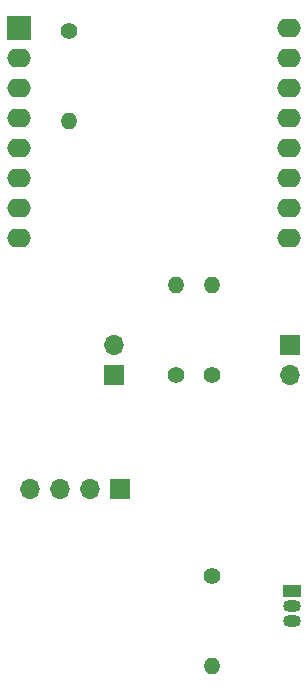
<source format=gbr>
%TF.GenerationSoftware,KiCad,Pcbnew,(6.0.9)*%
%TF.CreationDate,2023-04-16T11:33:15+02:00*%
%TF.ProjectId,PCB_zavrsni,5043425f-7a61-4767-9273-6e692e6b6963,rev?*%
%TF.SameCoordinates,Original*%
%TF.FileFunction,Soldermask,Bot*%
%TF.FilePolarity,Negative*%
%FSLAX46Y46*%
G04 Gerber Fmt 4.6, Leading zero omitted, Abs format (unit mm)*
G04 Created by KiCad (PCBNEW (6.0.9)) date 2023-04-16 11:33:15*
%MOMM*%
%LPD*%
G01*
G04 APERTURE LIST*
%ADD10C,1.400000*%
%ADD11O,1.400000X1.400000*%
%ADD12R,1.700000X1.700000*%
%ADD13O,1.700000X1.700000*%
%ADD14R,1.500000X1.050000*%
%ADD15O,1.500000X1.050000*%
%ADD16R,2.000000X2.000000*%
%ADD17O,2.000000X1.600000*%
G04 APERTURE END LIST*
D10*
%TO.C,R4*%
X212090000Y-90678000D03*
D11*
X212090000Y-98298000D03*
%TD*%
D12*
%TO.C,J1*%
X204266000Y-83275000D03*
D13*
X201726000Y-83275000D03*
X199186000Y-83275000D03*
X196646000Y-83275000D03*
%TD*%
D14*
%TO.C,U2*%
X218842000Y-91948000D03*
D15*
X218842000Y-93218000D03*
X218842000Y-94488000D03*
%TD*%
D16*
%TO.C,U1*%
X195750000Y-44250000D03*
D17*
X195750000Y-46790000D03*
X195750000Y-49330000D03*
X195750000Y-51870000D03*
X195750000Y-54410000D03*
X195750000Y-56950000D03*
X195750000Y-59490000D03*
X195750000Y-62030000D03*
X218610000Y-62030000D03*
X218610000Y-59490000D03*
X218610000Y-56950000D03*
X218610000Y-54410000D03*
X218610000Y-51870000D03*
X218610000Y-49330000D03*
X218610000Y-46790000D03*
X218610000Y-44250000D03*
%TD*%
D10*
%TO.C,R3*%
X200000000Y-44500000D03*
D11*
X200000000Y-52120000D03*
%TD*%
D12*
%TO.C,J4*%
X203758000Y-73640000D03*
D13*
X203758000Y-71100000D03*
%TD*%
D10*
%TO.C,R2*%
X209042000Y-73660000D03*
D11*
X209042000Y-66040000D03*
%TD*%
D10*
%TO.C,R1*%
X212090000Y-73660000D03*
D11*
X212090000Y-66040000D03*
%TD*%
D12*
%TO.C,J3*%
X218694000Y-71140000D03*
D13*
X218694000Y-73680000D03*
%TD*%
M02*

</source>
